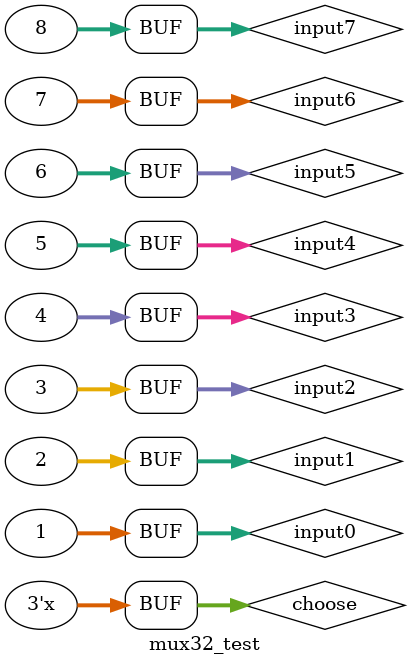
<source format=v>
`timescale 1ns / 1ps


module mux32_test;

	// Inputs
	reg [2:0] choose;
	reg [31:0] input0;
	reg [31:0] input1;
	reg [31:0] input2;
	reg [31:0] input3;
	reg [31:0] input4;
	reg [31:0] input5;
	reg [31:0] input6;
	reg [31:0] input7;

	// Outputs
	wire [31:0] out;

	// Instantiate the Unit Under Test (UUT)
	mux32 uut (
		.choose(choose), 
		.input0(input0), 
		.input1(input1), 
		.input2(input2), 
		.input3(input3), 
		.input4(input4), 
		.input5(input5), 
		.input6(input6), 
		.input7(input7), 
		.out(out)
	);

	initial begin
		// Initialize Inputs
		choose = 0;
		input0 = 1;
		input1 = 2;
		input2 = 3;
		input3 = 4;
		input4 = 5;
		input5 = 6;
		input6 = 7;
		input7 = 8;

	end
	
	always #10 choose = choose + 1;
      
endmodule


</source>
